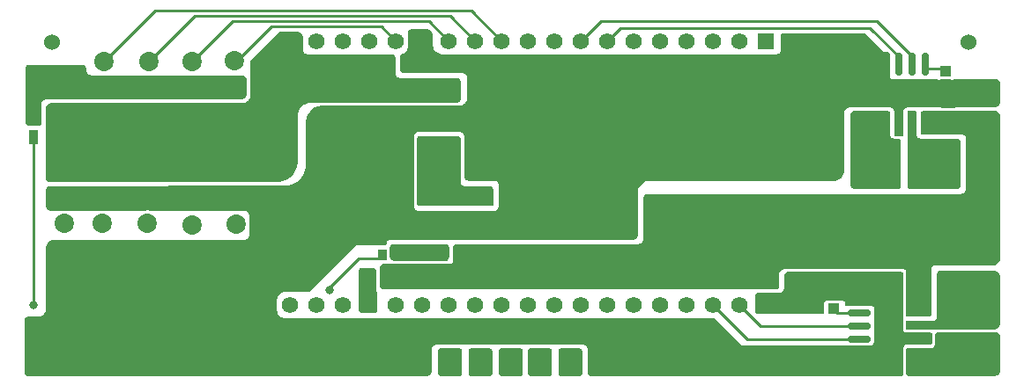
<source format=gbl>
G04*
G04 #@! TF.GenerationSoftware,Altium Limited,Altium Designer,22.5.1 (42)*
G04*
G04 Layer_Physical_Order=2*
G04 Layer_Color=16711680*
%FSLAX44Y44*%
%MOMM*%
G71*
G04*
G04 #@! TF.SameCoordinates,CACD2641-2831-44B8-A32A-C0E418E96BB6*
G04*
G04*
G04 #@! TF.FilePolarity,Positive*
G04*
G01*
G75*
%ADD14C,0.2540*%
%ADD16R,1.0000X0.9000*%
%ADD18R,1.4000X1.0000*%
%ADD27C,1.8600*%
%ADD28R,1.5600X1.5600*%
%ADD29C,1.5600*%
%ADD30C,1.5240*%
%ADD31C,0.8000*%
%ADD32C,0.6000*%
%ADD33R,0.9000X1.0000*%
%ADD34R,1.4500X0.9500*%
%ADD35R,3.1000X2.4000*%
G04:AMPARAMS|DCode=36|XSize=2.15mm|YSize=0.6mm|CornerRadius=0.15mm|HoleSize=0mm|Usage=FLASHONLY|Rotation=270.000|XOffset=0mm|YOffset=0mm|HoleType=Round|Shape=RoundedRectangle|*
%AMROUNDEDRECTD36*
21,1,2.1500,0.3000,0,0,270.0*
21,1,1.8500,0.6000,0,0,270.0*
1,1,0.3000,-0.1500,-0.9250*
1,1,0.3000,-0.1500,0.9250*
1,1,0.3000,0.1500,0.9250*
1,1,0.3000,0.1500,-0.9250*
%
%ADD36ROUNDEDRECTD36*%
%ADD37R,4.0000X4.0000*%
%ADD38R,2.6000X1.1000*%
%ADD39R,8.5000X10.6500*%
%ADD40R,3.5000X1.4500*%
%ADD41R,1.0000X1.1000*%
%ADD42R,0.9500X1.4500*%
%ADD43R,1.0000X1.4000*%
%ADD44O,0.6000X1.4500*%
%ADD45R,3.5000X3.5000*%
G04:AMPARAMS|DCode=46|XSize=2.15mm|YSize=0.6mm|CornerRadius=0.15mm|HoleSize=0mm|Usage=FLASHONLY|Rotation=0.000|XOffset=0mm|YOffset=0mm|HoleType=Round|Shape=RoundedRectangle|*
%AMROUNDEDRECTD46*
21,1,2.1500,0.3000,0,0,0.0*
21,1,1.8500,0.6000,0,0,0.0*
1,1,0.3000,0.9250,-0.1500*
1,1,0.3000,-0.9250,-0.1500*
1,1,0.3000,-0.9250,0.1500*
1,1,0.3000,0.9250,0.1500*
%
%ADD46ROUNDEDRECTD46*%
%ADD47R,2.4000X3.1000*%
G36*
X751627Y907084D02*
X753413Y905297D01*
X754380Y902963D01*
X754380Y901700D01*
X754380Y890270D01*
X754453Y889527D01*
X755022Y888153D01*
X756073Y887102D01*
X757447Y886533D01*
X758190Y886460D01*
X839470Y886460D01*
X839470Y886460D01*
X839470Y886460D01*
X839471D01*
X840634Y886292D01*
X841628Y885880D01*
X842700Y884808D01*
X843280Y883408D01*
X843280Y882650D01*
X843280Y867410D01*
X843353Y866667D01*
X843922Y865293D01*
X844973Y864242D01*
X846347Y863673D01*
X847090Y863600D01*
X901700D01*
X901700Y863600D01*
X901700Y863600D01*
X901701D01*
X902863Y863432D01*
X903858Y863020D01*
X904930Y861948D01*
X905510Y860548D01*
X905510Y859790D01*
X905510Y843280D01*
X905510Y843280D01*
X905510Y842522D01*
X904930Y841122D01*
X903858Y840050D01*
X902458Y839470D01*
X902204D01*
X902203Y839470D01*
X901700Y839470D01*
X760730D01*
X759609Y839415D01*
X757412Y838978D01*
X755342Y838120D01*
X753479Y836875D01*
X751894Y835291D01*
X750650Y833428D01*
X749792Y831358D01*
X749355Y829160D01*
X749300Y828040D01*
Y783590D01*
X749299Y783589D01*
X749299Y781588D01*
X748518Y777662D01*
X746986Y773964D01*
X744763Y770637D01*
X741933Y767806D01*
X738605Y765583D01*
X734907Y764051D01*
X730981Y763270D01*
X728980Y763270D01*
X510540D01*
X510539Y763270D01*
X509782Y763270D01*
X508381Y763850D01*
X507310Y764921D01*
X506730Y766321D01*
X506730Y767079D01*
Y833121D01*
X506730Y834384D01*
X507696Y836718D01*
X509483Y838504D01*
X511817Y839470D01*
X513080Y839470D01*
X693420Y839470D01*
X695960D01*
X696707Y839506D01*
X698172Y839798D01*
X699552Y840369D01*
X700794Y841199D01*
X701851Y842255D01*
X702680Y843498D01*
X703252Y844878D01*
X703543Y846343D01*
X703580Y847090D01*
X703580Y880110D01*
X731520Y908050D01*
X748030D01*
X748030Y908050D01*
X748030Y908050D01*
X749293Y908050D01*
X751627Y907084D01*
D02*
G37*
G36*
X858520Y910590D02*
X873753Y910590D01*
X876087Y909623D01*
X877873Y907837D01*
X878840Y905503D01*
Y895349D01*
X878883Y894478D01*
X879222Y892768D01*
X879889Y891158D01*
X880857Y889709D01*
X882090Y888477D01*
X883539Y887509D01*
X885149Y886842D01*
X886859Y886503D01*
X887730Y886460D01*
X1209039D01*
X1209783Y886532D01*
X1211157Y887100D01*
X1212209Y888152D01*
X1212777Y889526D01*
X1212850Y890270D01*
X1212850Y902970D01*
X1212850Y904240D01*
X1213011Y904935D01*
X1213119Y905399D01*
X1213235Y905680D01*
X1213950Y906395D01*
X1214884Y906781D01*
X1215390Y906780D01*
X1294130Y906780D01*
X1311910Y889000D01*
X1316074D01*
X1318260Y886814D01*
Y864869D01*
X1318309Y864373D01*
X1318688Y863457D01*
X1319389Y862757D01*
X1320304Y862378D01*
X1320800Y862330D01*
X1358900Y862330D01*
X1364060D01*
Y861910D01*
X1379140D01*
Y862330D01*
X1390650Y862330D01*
X1419859D01*
X1419859Y862329D01*
X1419859Y862329D01*
X1419866D01*
X1421022Y862162D01*
X1422017Y861750D01*
X1423089Y860679D01*
X1423669Y859279D01*
X1423668Y840738D01*
X1423668D01*
X1423668Y839728D01*
X1422895Y837862D01*
X1421467Y836433D01*
X1419600Y835660D01*
X1336040D01*
X1336040Y835660D01*
X1335049Y835562D01*
X1333218Y834804D01*
X1331816Y833402D01*
X1331057Y831571D01*
X1330960Y830580D01*
Y808990D01*
X1330960Y808990D01*
Y808737D01*
X1330767Y808271D01*
X1330409Y807913D01*
X1329943Y807720D01*
X1326635D01*
X1326385Y807770D01*
X1326385Y807770D01*
X1326385Y807770D01*
X1325880Y807770D01*
X1322966Y807770D01*
X1322620Y807913D01*
X1322263Y808270D01*
X1322070Y808737D01*
X1322070Y808990D01*
X1322070Y830580D01*
X1322070D01*
X1322070Y830580D01*
X1322070Y830581D01*
X1321973Y831571D01*
X1321901Y831744D01*
X1321215Y833403D01*
X1319813Y834805D01*
X1317981Y835563D01*
X1316990Y835660D01*
X1280160Y835660D01*
X1280160Y835660D01*
X1278921Y835538D01*
X1276632Y834590D01*
X1274880Y832838D01*
X1273932Y830549D01*
X1273810Y829310D01*
Y773430D01*
X1273810Y773430D01*
Y772554D01*
X1273468Y770837D01*
X1272798Y769219D01*
X1271825Y767763D01*
X1270587Y766525D01*
X1269131Y765552D01*
X1267513Y764882D01*
X1265796Y764540D01*
X1264920Y764540D01*
X1087120D01*
X1087120Y764540D01*
X1085999Y764485D01*
X1083802Y764048D01*
X1081732Y763190D01*
X1079869Y761945D01*
X1078284Y760361D01*
X1077040Y758498D01*
X1076182Y756428D01*
X1075745Y754231D01*
X1075690Y753110D01*
Y712470D01*
X1075690Y712470D01*
Y711460D01*
X1074917Y709592D01*
X1073487Y708163D01*
X1071620Y707390D01*
X836930D01*
X836930Y707390D01*
X836434Y707341D01*
X835519Y706962D01*
X834818Y706261D01*
X834439Y705346D01*
X834390Y704850D01*
Y703580D01*
X833120Y702310D01*
X805180Y702310D01*
X760730Y657860D01*
X737870Y657860D01*
X737869Y657859D01*
X736998Y657816D01*
X735289Y657476D01*
X733679Y656810D01*
X732230Y655842D01*
X730998Y654609D01*
X730030Y653160D01*
X729363Y651550D01*
X729023Y649841D01*
X728980Y648970D01*
Y640080D01*
X729017Y639333D01*
X729308Y637868D01*
X729880Y636488D01*
X730710Y635246D01*
X731766Y634190D01*
X733008Y633360D01*
X734388Y632788D01*
X735853Y632497D01*
X736600Y632460D01*
X1149350D01*
X1176020Y605790D01*
X1299209D01*
X1299953Y605862D01*
X1301328Y606430D01*
X1302379Y607482D01*
X1302948Y608856D01*
X1303020Y609600D01*
X1303020Y641350D01*
X1303020Y641350D01*
X1303020Y641350D01*
X1303018Y641355D01*
X1302971Y641845D01*
X1302592Y642761D01*
X1301892Y643463D01*
X1300976Y643842D01*
X1300480Y643890D01*
X1276097Y643890D01*
X1275631Y644083D01*
X1275273Y644441D01*
X1275080Y644907D01*
Y646430D01*
X1275080Y646430D01*
X1275080Y646430D01*
X1275079Y646435D01*
X1275031Y646925D01*
X1274653Y647841D01*
X1273952Y648543D01*
X1273036Y648922D01*
X1272540Y648970D01*
X1271190D01*
Y649090D01*
X1256110D01*
Y648633D01*
X1255888Y648541D01*
X1255188Y647841D01*
X1254809Y646925D01*
X1254760Y646430D01*
Y638810D01*
X1254759Y638809D01*
X1254759Y638304D01*
X1254373Y637371D01*
X1253659Y636656D01*
X1252725Y636270D01*
X1252220Y636270D01*
X1191260Y636270D01*
X1190754Y636269D01*
X1189820Y636655D01*
X1189106Y637370D01*
X1188719Y638303D01*
X1188720Y638808D01*
Y654050D01*
X1188719Y654555D01*
X1189104Y655490D01*
X1189819Y656205D01*
X1190754Y656591D01*
X1191260Y656590D01*
X1210318Y656590D01*
X1210341Y656590D01*
X1211580Y656590D01*
Y656590D01*
X1211581Y656590D01*
X1212571Y656687D01*
X1212775Y656771D01*
X1214403Y657445D01*
X1215805Y658847D01*
X1216563Y660678D01*
X1216660Y661670D01*
X1216660Y671831D01*
X1216660Y673101D01*
X1216732Y673580D01*
X1216840Y674297D01*
X1217238Y675260D01*
X1218311Y676332D01*
X1219589Y676860D01*
X1221435D01*
X1291059Y676860D01*
X1329046Y676860D01*
X1329859Y676524D01*
X1330574Y675810D01*
X1330910Y674997D01*
Y635000D01*
X1330910Y635000D01*
X1330910Y634747D01*
X1330910Y634747D01*
X1330910Y634746D01*
X1330932Y634640D01*
X1330919Y634532D01*
X1330919Y634531D01*
X1330960Y634389D01*
X1330960Y629152D01*
X1330910Y628902D01*
X1330910Y628648D01*
X1330910Y628648D01*
Y622047D01*
X1330960Y621797D01*
Y621028D01*
X1331009Y620532D01*
X1331388Y619617D01*
X1332089Y618917D01*
X1333004Y618538D01*
X1333500Y618490D01*
X1334267D01*
X1334517Y618440D01*
X1356985D01*
X1357799Y618104D01*
X1358514Y617389D01*
X1358900Y616458D01*
X1358900Y616456D01*
X1358900Y616455D01*
X1358900Y616455D01*
X1358900Y615950D01*
Y614421D01*
X1358900Y614420D01*
X1358900Y614257D01*
X1358857Y614099D01*
X1358868Y614006D01*
X1358850Y613915D01*
Y613410D01*
X1358850Y608977D01*
X1358849Y608974D01*
X1358513Y608161D01*
X1357798Y607446D01*
X1356865Y607060D01*
X1356360Y607060D01*
X1334770D01*
X1334769Y607059D01*
X1334026Y606986D01*
X1332653Y606417D01*
X1331602Y605366D01*
X1331033Y603993D01*
X1330960Y603250D01*
Y602483D01*
X1330910Y602233D01*
Y602233D01*
X1330910Y602233D01*
Y578615D01*
X1330926Y578535D01*
X1330572Y577681D01*
X1329858Y576967D01*
X1328925Y576580D01*
X1328420Y576580D01*
X1031239D01*
X1030481Y576580D01*
X1029081Y577160D01*
X1028009Y578232D01*
X1027430Y579632D01*
X1027430Y580390D01*
Y601980D01*
X1027430Y601980D01*
X1027430Y601980D01*
X1027427Y602000D01*
X1027332Y602971D01*
X1027260Y603145D01*
X1026574Y604802D01*
X1025173Y606204D01*
X1023341Y606963D01*
X1022350Y607060D01*
X882650Y607060D01*
X882649Y607059D01*
X881658Y606962D01*
X879827Y606203D01*
X878426Y604802D01*
X877668Y602971D01*
X877570Y601980D01*
Y581660D01*
X877569Y581659D01*
X877569Y580649D01*
X876796Y578782D01*
X875367Y577353D01*
X873500Y576580D01*
X872490Y576580D01*
X490219D01*
X489461Y576580D01*
X488061Y577160D01*
X486989Y578232D01*
X486410Y579632D01*
X486410Y580390D01*
Y629919D01*
X486409Y630677D01*
X486989Y632079D01*
X488061Y633151D01*
X489462Y633731D01*
X490220Y633730D01*
X499131Y633730D01*
X499141Y633730D01*
X500380D01*
Y633730D01*
X501618Y633851D01*
X503909Y634799D01*
X505661Y636551D01*
X506609Y638841D01*
X506730Y640080D01*
X506730Y697229D01*
X506730Y698499D01*
X506752Y698882D01*
X506802Y699740D01*
X507071Y701093D01*
X507740Y702711D01*
X508713Y704168D01*
X509952Y705406D01*
X511408Y706379D01*
X513026Y707049D01*
X514744Y707390D01*
X515620Y707390D01*
X695968Y707390D01*
X695991Y707390D01*
X697230Y707390D01*
Y707390D01*
X697231Y707390D01*
X698221Y707487D01*
X698425Y707571D01*
X700053Y708244D01*
X701455Y709646D01*
X702213Y711479D01*
X702310Y712470D01*
X702310Y731520D01*
X702310Y731520D01*
X702310Y731520D01*
X702308Y731528D01*
X702237Y732263D01*
X702069Y732669D01*
X701668Y733637D01*
X700617Y734688D01*
X699243Y735257D01*
X698500Y735330D01*
X607865Y735330D01*
X607611Y735435D01*
X604520Y735842D01*
X601429Y735435D01*
X601175Y735330D01*
X563331D01*
X561340Y735592D01*
X559349Y735330D01*
X526501D01*
X524510Y735592D01*
X522519Y735330D01*
X513080D01*
X511816Y735330D01*
X509482Y736296D01*
X507696Y738083D01*
X506730Y740417D01*
X506730Y741680D01*
X506730Y753105D01*
X506730Y754375D01*
X506748Y754622D01*
X506820Y755608D01*
X507502Y757259D01*
X508933Y758693D01*
X510803Y759470D01*
X511816Y759471D01*
X735897Y759974D01*
X737135Y759977D01*
X737135Y759977D01*
X739075Y760076D01*
X742882Y760840D01*
X746466Y762331D01*
X749691Y764492D01*
X752433Y767240D01*
X754587Y770469D01*
X756070Y774057D01*
X756825Y777864D01*
X756920Y779805D01*
X756920Y819149D01*
X756920Y820420D01*
X756920Y820420D01*
X756919Y822046D01*
X757553Y825236D01*
X758798Y828241D01*
X760604Y830945D01*
X762904Y833245D01*
X765609Y835052D01*
X768614Y836296D01*
X771550Y836880D01*
X901700D01*
X902202Y836880D01*
X902204Y836880D01*
X902458D01*
X902709Y836930D01*
X904239D01*
X904986Y836966D01*
X906452Y837257D01*
X907833Y837828D01*
X909075Y838658D01*
X910132Y839714D01*
X910962Y840957D01*
X911533Y842337D01*
X911824Y843803D01*
X911860Y844550D01*
X911860Y862374D01*
X911860Y863600D01*
X911860Y863600D01*
X911762Y864591D01*
X911690Y864765D01*
X911690Y864765D01*
X911675Y864801D01*
X911650Y864862D01*
X911004Y866423D01*
X909603Y867824D01*
X907771Y868583D01*
X906780Y868680D01*
X850900Y868680D01*
X850141Y868680D01*
X848741Y869259D01*
X847669Y870331D01*
X847089Y871732D01*
X847090Y872489D01*
Y883412D01*
X847089Y883984D01*
X847438Y885074D01*
X848102Y886004D01*
X848493Y886295D01*
X849559Y886871D01*
X849561Y886872D01*
X849561Y886872D01*
X849561Y886872D01*
X849708Y886936D01*
X850645Y887339D01*
X850654Y887346D01*
X852533Y888745D01*
X853902Y890661D01*
X854619Y892903D01*
X854710Y894080D01*
X854710Y905510D01*
X854710Y906780D01*
X854782Y907259D01*
X854890Y907976D01*
X855288Y908939D01*
X856360Y910012D01*
X857762Y910591D01*
X858520Y910590D01*
D02*
G37*
G36*
X541020Y876299D02*
X541020Y876299D01*
X541029D01*
X542199Y876230D01*
X543898Y875527D01*
X545327Y874098D01*
X546100Y872231D01*
X546100Y871220D01*
X546100Y871220D01*
X546198Y870229D01*
X546956Y868397D01*
X548358Y866996D01*
X550189Y866237D01*
X551180Y866140D01*
X694689D01*
X694690Y866139D01*
X694690Y866139D01*
X694699D01*
X695871Y866069D01*
X697567Y865366D01*
X698996Y863937D01*
X699770Y862070D01*
X699770Y861060D01*
X699770Y848360D01*
X699769Y848360D01*
X699770Y847349D01*
X698996Y845482D01*
X697567Y844053D01*
X695700Y843280D01*
X694690Y843280D01*
X508000Y843280D01*
X508000Y843280D01*
X507009Y843182D01*
X505178Y842424D01*
X503776Y841022D01*
X503018Y839191D01*
X502920Y838200D01*
X502920Y820420D01*
X502920Y820420D01*
X502920Y819915D01*
X502533Y818981D01*
X501819Y818267D01*
X500885Y817880D01*
X490220Y817880D01*
X490220Y817880D01*
X489715Y817880D01*
X488781Y818267D01*
X488067Y818981D01*
X487680Y819915D01*
X487680Y820420D01*
X487680Y873760D01*
X487680Y873760D01*
X487680Y873760D01*
X487950Y874918D01*
X488067Y875199D01*
X488781Y875913D01*
X489715Y876300D01*
X490220Y876300D01*
X541020Y876300D01*
X541020Y876299D01*
D02*
G37*
G36*
X1315720Y831850D02*
X1316225Y831850D01*
X1317159Y831463D01*
X1317873Y830749D01*
X1317990Y830467D01*
X1318260Y829311D01*
Y829310D01*
X1318260Y829310D01*
X1318260Y829310D01*
Y808990D01*
X1318333Y808247D01*
X1318902Y806873D01*
X1319953Y805822D01*
X1321326Y805253D01*
X1322070Y805180D01*
X1325880Y805180D01*
X1326385Y805180D01*
X1327319Y804793D01*
X1328033Y804079D01*
X1328156Y803783D01*
X1328420Y802640D01*
Y802640D01*
X1328420Y802640D01*
X1328420Y802640D01*
X1328420Y759460D01*
X1328420Y758955D01*
X1328033Y758021D01*
X1327319Y757307D01*
X1326385Y756920D01*
X1325880Y756920D01*
X1283212D01*
X1281812Y757500D01*
X1280740Y758572D01*
X1280160Y759972D01*
Y760730D01*
Y828040D01*
X1280160Y828798D01*
X1280740Y830198D01*
X1281812Y831270D01*
X1283212Y831850D01*
X1283970Y831850D01*
X1283970Y831850D01*
X1315720Y831850D01*
D02*
G37*
G36*
X1336040Y831850D02*
X1341192Y831850D01*
X1342390Y831850D01*
X1343489Y831245D01*
X1343660Y830833D01*
X1343660Y830580D01*
X1343660Y808990D01*
X1343733Y808247D01*
X1344302Y806873D01*
X1345353Y805822D01*
X1346727Y805253D01*
X1347470Y805180D01*
X1348237D01*
X1348488Y805130D01*
X1348489Y805130D01*
X1348489Y805130D01*
X1348742Y805130D01*
X1383655Y805130D01*
X1384469Y804793D01*
X1385183Y804079D01*
X1385570Y803145D01*
X1385570Y802640D01*
X1385570Y759460D01*
X1385570Y759460D01*
Y758955D01*
X1385183Y758021D01*
X1384469Y757307D01*
X1383535Y756920D01*
X1337310D01*
X1336805Y756920D01*
X1335871Y757307D01*
X1335157Y758021D01*
X1334770Y758955D01*
X1334770Y759460D01*
Y830580D01*
X1334770Y830833D01*
X1334963Y831299D01*
X1335320Y831657D01*
X1335787Y831850D01*
X1336040Y831850D01*
D02*
G37*
G36*
X1350010Y831850D02*
X1364680D01*
Y831628D01*
X1383760D01*
Y831850D01*
X1418589D01*
X1418590Y831849D01*
X1418590Y831849D01*
X1418598D01*
X1419769Y831780D01*
X1421467Y831076D01*
X1422897Y829648D01*
X1423670Y827781D01*
X1423670Y826770D01*
X1423670Y689610D01*
Y688347D01*
X1422703Y686013D01*
X1420917Y684227D01*
X1418583Y683260D01*
X1361440D01*
X1361440Y683259D01*
X1360697Y683186D01*
X1359323Y682618D01*
X1358272Y681567D01*
X1357703Y680194D01*
X1357630Y679451D01*
Y635000D01*
X1357629Y635000D01*
X1357629Y634747D01*
X1357436Y634280D01*
X1357079Y633923D01*
X1356613Y633730D01*
X1356360Y633730D01*
X1334770D01*
X1334517Y633730D01*
X1334051Y633923D01*
X1333693Y634280D01*
X1333500Y634746D01*
X1333500Y634747D01*
X1333500Y634999D01*
X1333500Y635000D01*
Y676910D01*
X1333500Y676910D01*
X1333450Y677405D01*
X1333072Y678321D01*
X1332371Y679022D01*
X1331456Y679401D01*
X1330960Y679450D01*
X1237545Y679450D01*
X1221435Y679450D01*
X1217930D01*
X1217929Y679448D01*
X1216691Y679327D01*
X1214402Y678379D01*
X1212650Y676627D01*
X1211702Y674339D01*
X1211580Y673100D01*
X1211580Y668020D01*
Y662940D01*
X1211580Y662940D01*
X1211580Y662435D01*
X1211193Y661501D01*
X1210479Y660787D01*
X1209545Y660400D01*
X1209040Y660400D01*
X830580D01*
X830074Y660400D01*
X829141Y660787D01*
X828427Y661501D01*
X828040Y662435D01*
X828040Y662940D01*
X828040Y680720D01*
X828040Y680720D01*
X828113Y681200D01*
X828221Y681915D01*
X828620Y682878D01*
X829692Y683950D01*
X831092Y684530D01*
X831850Y684530D01*
X841385D01*
X841635Y684480D01*
X888919D01*
X890270Y684212D01*
X891871Y684530D01*
X894126D01*
X895350Y684530D01*
X895350Y684530D01*
X895845Y684579D01*
X896761Y684958D01*
X897462Y685659D01*
X897841Y686574D01*
X897890Y687070D01*
X897890Y698502D01*
X897890Y699772D01*
X897962Y700247D01*
X898071Y700967D01*
X898470Y701930D01*
X899542Y703001D01*
X900942Y703580D01*
X901700Y703580D01*
X1075690Y703580D01*
X1076681Y703678D01*
X1078512Y704436D01*
X1079914Y705838D01*
X1080672Y707669D01*
X1080770Y708660D01*
Y746763D01*
X1080770Y747773D01*
X1081543Y749640D01*
X1082972Y751068D01*
X1084840Y751841D01*
X1085850Y751840D01*
X1384317Y751840D01*
X1384343Y751840D01*
X1385570Y751840D01*
Y751840D01*
X1386561Y751937D01*
X1386765Y752021D01*
X1388393Y752695D01*
X1389795Y754097D01*
X1390553Y755929D01*
X1390650Y756920D01*
X1390650Y806450D01*
X1390650Y806450D01*
X1390650Y806450D01*
X1390649Y806452D01*
X1390601Y806945D01*
X1390222Y807861D01*
X1389521Y808562D01*
X1388606Y808941D01*
X1388110Y808990D01*
X1350010Y808990D01*
X1349504Y808990D01*
X1348571Y809377D01*
X1347856Y810091D01*
X1347470Y811025D01*
X1347470Y811530D01*
X1347470Y829313D01*
X1347470Y829313D01*
X1347633Y830009D01*
X1347740Y830471D01*
X1347856Y830751D01*
X1348571Y831465D01*
X1349505Y831851D01*
X1350010Y831850D01*
D02*
G37*
G36*
X890905Y703580D02*
X891663Y703580D01*
X893063Y703000D01*
X894135Y701928D01*
X894547Y700933D01*
X894715Y699771D01*
Y699770D01*
X894715Y699770D01*
X894715Y699770D01*
X894715Y692150D01*
X894715Y691140D01*
X893942Y689272D01*
X892513Y687843D01*
X890645Y687070D01*
X889635Y687070D01*
X841635D01*
X839767Y687843D01*
X838338Y689272D01*
X837565Y691140D01*
X837565Y692150D01*
X837565D01*
Y700528D01*
X838145Y701928D01*
X839217Y703000D01*
X840617Y703580D01*
X841375D01*
X841375Y703580D01*
X890905Y703580D01*
D02*
G37*
G36*
X821690Y680720D02*
X821690Y680720D01*
X821691D01*
X822835Y680455D01*
X823129Y680333D01*
X823843Y679619D01*
X824230Y678685D01*
X824230Y678180D01*
X824230Y657860D01*
X824230Y657860D01*
X824865Y657225D01*
X824972Y657180D01*
X825164Y657052D01*
X825327Y656889D01*
X825456Y656697D01*
X825500Y656590D01*
X825500Y640080D01*
X825500Y640080D01*
X825500Y639575D01*
X825113Y638641D01*
X824399Y637927D01*
X823465Y637540D01*
X810260Y637540D01*
X809755Y637540D01*
X808821Y637927D01*
X808107Y638641D01*
X807720Y639575D01*
X807720Y640080D01*
X807720Y678180D01*
X807720Y678180D01*
X807990Y679338D01*
X808107Y679619D01*
X808821Y680333D01*
X809755Y680720D01*
X810260Y680720D01*
X821690Y680720D01*
X821690Y680720D01*
D02*
G37*
G36*
X1367790Y678180D02*
X1417320Y678180D01*
X1417320Y678180D01*
X1417320Y678180D01*
X1418583Y678180D01*
X1420917Y677213D01*
X1422703Y675427D01*
X1423670Y673093D01*
X1423670Y671830D01*
X1423670Y627380D01*
X1423670D01*
Y626117D01*
X1422703Y623783D01*
X1420917Y621997D01*
X1418583Y621030D01*
X1334517D01*
X1334051Y621223D01*
X1333693Y621581D01*
X1333500Y622047D01*
Y628648D01*
X1333500Y628648D01*
X1333500Y628903D01*
X1333500Y628903D01*
X1333693Y629370D01*
X1334050Y629727D01*
X1334517Y629920D01*
X1334770Y629920D01*
X1358965Y629920D01*
X1360170Y629920D01*
X1360170Y629920D01*
X1360170Y629920D01*
X1360665Y629969D01*
X1361581Y630348D01*
X1362282Y631049D01*
X1362661Y631964D01*
X1362710Y632460D01*
X1362710Y673100D01*
X1362710Y673100D01*
X1362802Y674332D01*
X1363483Y675978D01*
X1364912Y677407D01*
X1366779Y678180D01*
X1367790Y678180D01*
D02*
G37*
G36*
X1019810Y603250D02*
X1020315Y603250D01*
X1021249Y602863D01*
X1021963Y602149D01*
X1022069Y601893D01*
X1022350Y600710D01*
D01*
X1022350Y599535D01*
Y578615D01*
X1021963Y577681D01*
X1021249Y576967D01*
X1020315Y576580D01*
X1001525D01*
X1000591Y576967D01*
X999877Y577681D01*
X999490Y578615D01*
Y601215D01*
X999877Y602149D01*
X1000591Y602863D01*
X1001525Y603250D01*
X1002030Y603250D01*
X1002030Y603250D01*
X1019810Y603250D01*
D02*
G37*
G36*
X990600D02*
X991105Y603250D01*
X992039Y602863D01*
X992753Y602149D01*
X992859Y601893D01*
X993140Y600710D01*
D01*
X993140Y599535D01*
Y578615D01*
X992753Y577681D01*
X992039Y576967D01*
X991105Y576580D01*
X972315D01*
X971381Y576967D01*
X970667Y577681D01*
X970280Y578615D01*
Y601215D01*
X970667Y602149D01*
X971381Y602863D01*
X972315Y603250D01*
X972820Y603250D01*
X972820Y603250D01*
X990600Y603250D01*
D02*
G37*
G36*
X962660D02*
X963165Y603250D01*
X964099Y602863D01*
X964813Y602149D01*
X964919Y601893D01*
X965200Y600710D01*
D01*
X965200Y599535D01*
Y578615D01*
X964813Y577681D01*
X964099Y576967D01*
X963165Y576580D01*
X944375D01*
X943441Y576967D01*
X942727Y577681D01*
X942340Y578615D01*
Y601215D01*
X942727Y602149D01*
X943441Y602863D01*
X944375Y603250D01*
X944880Y603250D01*
X944880Y603250D01*
X962660Y603250D01*
D02*
G37*
G36*
X933450D02*
X933955Y603250D01*
X934889Y602863D01*
X935603Y602149D01*
X935709Y601893D01*
X935990Y600710D01*
D01*
X935990Y599535D01*
Y578615D01*
X935603Y577681D01*
X934889Y576967D01*
X933955Y576580D01*
X915165D01*
X914231Y576967D01*
X913517Y577681D01*
X913130Y578615D01*
Y601215D01*
X913517Y602149D01*
X914231Y602863D01*
X915165Y603250D01*
X915670Y603250D01*
X915670Y603250D01*
X933450Y603250D01*
D02*
G37*
G36*
X904240D02*
X904745Y603250D01*
X905679Y602863D01*
X906393Y602149D01*
X906499Y601893D01*
X906780Y600710D01*
D01*
X906780Y599535D01*
Y578615D01*
X906393Y577681D01*
X905679Y576967D01*
X904745Y576580D01*
X885955D01*
X885021Y576967D01*
X884307Y577681D01*
X883920Y578615D01*
Y601215D01*
X884307Y602149D01*
X885021Y602863D01*
X885955Y603250D01*
X886460Y603250D01*
X886460Y603250D01*
X904240Y603250D01*
D02*
G37*
G36*
X1422018Y617910D02*
X1423090Y616838D01*
X1423670Y615438D01*
X1423670Y614680D01*
X1423670D01*
X1423670Y614680D01*
X1423670Y580649D01*
X1422897Y578782D01*
X1421467Y577353D01*
X1419822Y576672D01*
X1418590Y576580D01*
X1418590Y576580D01*
X1336040Y576580D01*
X1335535Y576580D01*
X1334601Y576967D01*
X1333887Y577681D01*
X1333500Y578615D01*
Y602233D01*
X1333500Y602233D01*
X1333693Y602699D01*
X1334050Y603056D01*
X1334517Y603250D01*
X1334770D01*
X1334770Y603250D01*
X1357630D01*
X1358373Y603323D01*
X1359746Y603892D01*
X1360796Y604943D01*
X1361365Y606315D01*
X1361438Y607058D01*
X1361438Y607058D01*
X1361439Y608970D01*
X1361439Y608972D01*
Y608972D01*
X1361440Y608976D01*
X1361440Y613410D01*
Y613915D01*
X1361440Y613915D01*
X1361490Y614166D01*
X1361490Y614420D01*
X1361490Y614420D01*
Y615950D01*
X1361490Y616455D01*
X1361490Y616455D01*
Y616455D01*
X1361474Y616536D01*
X1361827Y617389D01*
X1362541Y618103D01*
X1363356Y618440D01*
X1420738D01*
X1422018Y617910D01*
D02*
G37*
%LPC*%
G36*
X905250Y811530D02*
X864870Y811530D01*
X864112Y811530D01*
X862712Y810950D01*
X861640Y809878D01*
X861060Y808478D01*
X861060Y807720D01*
Y805935D01*
X861010Y805685D01*
Y742950D01*
X861010Y742950D01*
X861010Y742445D01*
X861010Y742445D01*
X861010Y742445D01*
X861060Y742194D01*
Y739140D01*
X861060Y738382D01*
X861640Y736982D01*
X862712Y735910D01*
X864112Y735330D01*
X864870Y735330D01*
X938270D01*
X940137Y736103D01*
X941567Y737532D01*
X942340Y739399D01*
Y740410D01*
X942340Y740410D01*
Y760470D01*
X941567Y762337D01*
X940138Y763767D01*
X938270Y764540D01*
X937260D01*
Y764540D01*
X913130D01*
X912387Y764613D01*
X911013Y765182D01*
X909962Y766233D01*
X909393Y767607D01*
X909320Y768350D01*
Y807460D01*
X908547Y809328D01*
X907118Y810757D01*
X905250Y811530D01*
D02*
G37*
%LPD*%
G36*
X902970Y807720D02*
X903475Y807720D01*
X904409Y807333D01*
X905123Y806619D01*
X905240Y806337D01*
X905510Y805181D01*
Y805180D01*
X905510Y805180D01*
X905510Y805180D01*
Y763270D01*
X905583Y762527D01*
X906152Y761153D01*
X907203Y760102D01*
X908577Y759533D01*
X909320Y759460D01*
X933450Y759460D01*
X934208Y759460D01*
X935608Y758880D01*
X936680Y757808D01*
X937085Y756829D01*
X937260Y755650D01*
D01*
X937260Y754474D01*
X937260Y742950D01*
X937260Y742445D01*
X936873Y741511D01*
X936159Y740797D01*
X935877Y740680D01*
X934720Y740410D01*
X934720Y740410D01*
Y740410D01*
X866140D01*
X865635Y740410D01*
X864701Y740797D01*
X863987Y741511D01*
X863600Y742445D01*
X863600Y742950D01*
X863600Y742950D01*
Y805685D01*
X863987Y806619D01*
X864701Y807333D01*
X865635Y807720D01*
X866140D01*
X902970Y807720D01*
D02*
G37*
D14*
X817880Y645160D02*
Y668170D01*
X819000Y669290D01*
X780825Y660175D02*
Y662715D01*
X807800Y689690D01*
X779780Y659130D02*
X780825Y660175D01*
X807800Y689690D02*
X827200D01*
X830430Y692920D01*
Y693420D01*
X1351607Y874202D02*
X1353320Y872490D01*
X1372877D01*
X1351607Y874202D02*
Y876610D01*
X1326207D02*
Y884360D01*
X1298707Y911860D02*
X1326207Y884360D01*
X1059180Y911860D02*
X1298707D01*
X1338907Y876610D02*
Y884360D01*
X1305058Y918210D02*
X1338907Y884360D01*
X915670Y928370D02*
X944880Y899160D01*
X562610Y879340D02*
X611640Y928370D01*
X915670D01*
X723400Y913130D02*
X829310D01*
X649740Y923290D02*
X895350D01*
X829310Y913130D02*
X843280Y899160D01*
X689610Y879340D02*
X723400Y913130D01*
X895350Y923290D02*
X919480Y899160D01*
X686570Y918210D02*
X875030D01*
X605790Y879340D02*
X649740Y923290D01*
X875030Y918210D02*
X894080Y899160D01*
X647700Y879340D02*
X686570Y918210D01*
X495300Y645160D02*
Y806290D01*
X495460Y806450D01*
X1046480Y899160D02*
X1059180Y911860D01*
X1021080Y899160D02*
X1040130Y918210D01*
X1305058D01*
X1263650Y641050D02*
X1267210Y637490D01*
X1288430D01*
X1148080Y645160D02*
X1181150Y612090D01*
X1288430D01*
X1173480Y645160D02*
X1193850Y624790D01*
X1288430D01*
D16*
X863600Y692300D02*
D03*
Y679300D02*
D03*
D18*
X1374220Y822168D02*
D03*
Y839167D02*
D03*
X835580Y830970D02*
D03*
Y847970D02*
D03*
X1318180Y670950D02*
D03*
Y687950D02*
D03*
D27*
X604520Y775200D02*
D03*
Y749550D02*
D03*
Y723900D02*
D03*
X561340Y774950D02*
D03*
Y723650D02*
D03*
Y749300D02*
D03*
X524510Y774950D02*
D03*
Y723650D02*
D03*
Y749300D02*
D03*
X688340Y829060D02*
D03*
Y880360D02*
D03*
Y854710D02*
D03*
X689610Y773930D02*
D03*
Y748280D02*
D03*
Y722630D02*
D03*
X647700Y773510D02*
D03*
Y747860D02*
D03*
Y722210D02*
D03*
Y828040D02*
D03*
Y879340D02*
D03*
Y853690D02*
D03*
X605790Y828040D02*
D03*
Y853690D02*
D03*
Y879340D02*
D03*
X562610Y828040D02*
D03*
Y853690D02*
D03*
Y879340D02*
D03*
D28*
X1198880Y899160D02*
D03*
D29*
X1173480D02*
D03*
X741680D02*
D03*
X1148080D02*
D03*
X1122680D02*
D03*
X1097280D02*
D03*
X1071880D02*
D03*
X1046480D02*
D03*
X1021080D02*
D03*
X995680D02*
D03*
X970280D02*
D03*
X944880D02*
D03*
X919480D02*
D03*
X894080D02*
D03*
X868680D02*
D03*
X843280D02*
D03*
X817880D02*
D03*
X792480D02*
D03*
X767080D02*
D03*
X1198880Y645160D02*
D03*
X1173480D02*
D03*
X1148080D02*
D03*
X1122680D02*
D03*
X1097280D02*
D03*
X1071880D02*
D03*
X1046480D02*
D03*
X1021080D02*
D03*
X995680D02*
D03*
X970280D02*
D03*
X944880D02*
D03*
X919480D02*
D03*
X894080D02*
D03*
X868680D02*
D03*
X843280D02*
D03*
X817880D02*
D03*
X792480D02*
D03*
X767080D02*
D03*
X741680D02*
D03*
D30*
X1393190Y897890D02*
D03*
X513080D02*
D03*
D31*
X779780Y659130D02*
D03*
X1109218Y838200D02*
D03*
X1130935Y857250D02*
D03*
X1152652Y838200D02*
D03*
X1174369Y857250D02*
D03*
X1196086Y838200D02*
D03*
X1217803Y857250D02*
D03*
X1239520Y838200D02*
D03*
X777748Y595630D02*
D03*
X756031Y614680D02*
D03*
X734314Y595630D02*
D03*
X712597Y614680D02*
D03*
X690880Y595630D02*
D03*
X520700Y849630D02*
D03*
X508000Y862330D02*
D03*
X495300Y849630D02*
D03*
X1055370Y610870D02*
D03*
X495300Y645160D02*
D03*
D32*
X895350Y581660D02*
D03*
X1010920D02*
D03*
X981710D02*
D03*
X952500D02*
D03*
X923290D02*
D03*
D33*
X843430Y693420D02*
D03*
X830430D02*
D03*
X832000Y669290D02*
D03*
X819000D02*
D03*
D34*
X924560Y593250D02*
D03*
Y613250D02*
D03*
X1010920Y594520D02*
D03*
Y614520D02*
D03*
X981710Y594520D02*
D03*
Y614520D02*
D03*
X953616Y593404D02*
D03*
Y613404D02*
D03*
X895350Y594520D02*
D03*
Y614520D02*
D03*
D35*
X1332757Y848360D02*
D03*
D36*
X1351607Y820110D02*
D03*
X1339007D02*
D03*
X1326257D02*
D03*
X1313507D02*
D03*
X1326207Y876610D02*
D03*
X1313507D02*
D03*
X1338907D02*
D03*
X1351607D02*
D03*
D37*
X1398270Y596900D02*
D03*
X1360170Y781050D02*
D03*
X1305560D02*
D03*
X1398270Y647700D02*
D03*
D38*
X1403350Y844550D02*
D03*
Y817550D02*
D03*
X1289050Y662140D02*
D03*
Y689140D02*
D03*
D39*
X988960Y824230D02*
D03*
D40*
X885960Y849630D02*
D03*
Y798830D02*
D03*
D41*
X1371600Y869950D02*
D03*
Y856950D02*
D03*
X1263650Y641050D02*
D03*
Y654050D02*
D03*
D42*
X515460Y806450D02*
D03*
X495460D02*
D03*
D43*
X853830Y750650D02*
D03*
X870830D02*
D03*
D44*
X928370Y694110D02*
D03*
X902970D02*
D03*
X890270D02*
D03*
X928370Y748610D02*
D03*
X915670D02*
D03*
X902970D02*
D03*
X890270D02*
D03*
X915670Y694110D02*
D03*
D45*
X1104900Y700169D02*
D03*
Y802640D02*
D03*
D46*
X1288430Y637490D02*
D03*
Y624790D02*
D03*
Y599390D02*
D03*
Y612090D02*
D03*
X1344930Y599390D02*
D03*
Y612140D02*
D03*
Y624890D02*
D03*
Y637490D02*
D03*
D47*
X1316680Y618640D02*
D03*
M02*

</source>
